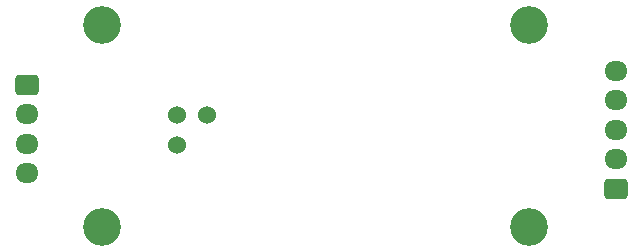
<source format=gbr>
%TF.GenerationSoftware,KiCad,Pcbnew,(6.0.7)*%
%TF.CreationDate,2023-03-01T00:53:14+09:00*%
%TF.ProjectId,joystick,6a6f7973-7469-4636-9b2e-6b696361645f,rev?*%
%TF.SameCoordinates,Original*%
%TF.FileFunction,Soldermask,Bot*%
%TF.FilePolarity,Negative*%
%FSLAX46Y46*%
G04 Gerber Fmt 4.6, Leading zero omitted, Abs format (unit mm)*
G04 Created by KiCad (PCBNEW (6.0.7)) date 2023-03-01 00:53:14*
%MOMM*%
%LPD*%
G01*
G04 APERTURE LIST*
G04 Aperture macros list*
%AMRoundRect*
0 Rectangle with rounded corners*
0 $1 Rounding radius*
0 $2 $3 $4 $5 $6 $7 $8 $9 X,Y pos of 4 corners*
0 Add a 4 corners polygon primitive as box body*
4,1,4,$2,$3,$4,$5,$6,$7,$8,$9,$2,$3,0*
0 Add four circle primitives for the rounded corners*
1,1,$1+$1,$2,$3*
1,1,$1+$1,$4,$5*
1,1,$1+$1,$6,$7*
1,1,$1+$1,$8,$9*
0 Add four rect primitives between the rounded corners*
20,1,$1+$1,$2,$3,$4,$5,0*
20,1,$1+$1,$4,$5,$6,$7,0*
20,1,$1+$1,$6,$7,$8,$9,0*
20,1,$1+$1,$8,$9,$2,$3,0*%
G04 Aperture macros list end*
%ADD10C,3.200000*%
%ADD11C,1.524000*%
%ADD12O,1.950000X1.700000*%
%ADD13RoundRect,0.250000X0.725000X-0.600000X0.725000X0.600000X-0.725000X0.600000X-0.725000X-0.600000X0*%
%ADD14RoundRect,0.250000X-0.725000X0.600000X-0.725000X-0.600000X0.725000X-0.600000X0.725000X0.600000X0*%
G04 APERTURE END LIST*
D10*
%TO.C,REF4*%
X144145000Y-104140000D03*
%TD*%
%TO.C,REF3*%
X144145000Y-86995000D03*
%TD*%
%TO.C,REF1*%
X107950000Y-86995000D03*
%TD*%
%TO.C,REF2*%
X107950000Y-104140000D03*
%TD*%
D11*
%TO.C,OFFSET1*%
X116840000Y-94615000D03*
X114300000Y-94615000D03*
X114300000Y-97155000D03*
%TD*%
D12*
%TO.C,J1*%
X151490000Y-90885000D03*
X151490000Y-93385000D03*
X151490000Y-95885000D03*
X151490000Y-98385000D03*
D13*
X151490000Y-100885000D03*
%TD*%
D14*
%TO.C,J2*%
X101600000Y-92075000D03*
D12*
X101600000Y-94575000D03*
X101600000Y-97075000D03*
X101600000Y-99575000D03*
%TD*%
M02*

</source>
